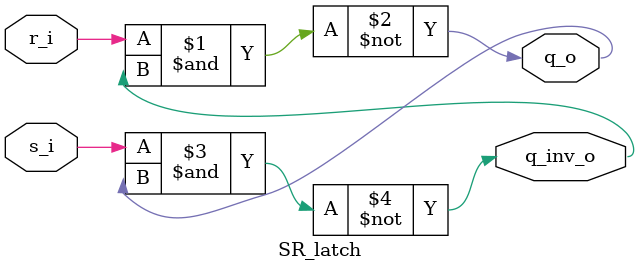
<source format=v>
module SR_latch(
    r_i,
    s_i,
    q_o,
    q_inv_o
);

input wire r_i;
input wire s_i;
output wire q_o;
output wire q_inv_o;


assign q_o = ~(r_i&q_inv_o);
assign q_inv_o = ~(s_i&q_o);

endmodule
</source>
